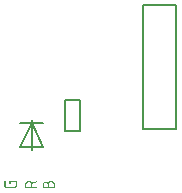
<source format=gto>
G04 Layer_Color=65535*
%FSLAX44Y44*%
%MOMM*%
G71*
G01*
G75*
%ADD15C,0.2000*%
G36*
X136110Y106031D02*
X136227Y105973D01*
X136344Y105875D01*
X136363Y105856D01*
X136422Y105778D01*
X136481Y105661D01*
X136500Y105524D01*
Y105505D01*
Y105466D01*
X136461Y105349D01*
X136422Y105251D01*
X136383Y105173D01*
X136305Y105095D01*
X136207Y105036D01*
X132306Y103086D01*
Y103066D01*
X132286Y103027D01*
Y102969D01*
Y102891D01*
Y100803D01*
X136051D01*
X136149Y100784D01*
X136227Y100745D01*
X136324Y100667D01*
X136422Y100589D01*
X136481Y100452D01*
X136500Y100277D01*
Y100257D01*
Y100199D01*
X136481Y100101D01*
X136441Y100023D01*
X136383Y99926D01*
X136285Y99828D01*
X136168Y99769D01*
X135993Y99750D01*
X126434D01*
X126337Y99769D01*
X126239Y99809D01*
X126161Y99867D01*
X126064Y99965D01*
X126005Y100082D01*
X125986Y100257D01*
Y102891D01*
Y102910D01*
Y102949D01*
Y103027D01*
X126005Y103105D01*
Y103222D01*
X126025Y103359D01*
X126103Y103651D01*
X126220Y104003D01*
X126376Y104373D01*
X126610Y104763D01*
X126766Y104939D01*
X126922Y105114D01*
X126941Y105134D01*
X126961Y105154D01*
X127020Y105192D01*
X127078Y105271D01*
X127273Y105407D01*
X127546Y105583D01*
X127858Y105758D01*
X128248Y105914D01*
X128678Y106012D01*
X128912Y106031D01*
X129146Y106051D01*
X129243D01*
X129360Y106031D01*
X129497D01*
X129672Y105992D01*
X129867Y105953D01*
X130102Y105895D01*
X130336Y105817D01*
X130570Y105719D01*
X130823Y105583D01*
X131058Y105446D01*
X131292Y105251D01*
X131526Y105036D01*
X131740Y104783D01*
X131916Y104490D01*
X132072Y104159D01*
X135739Y105992D01*
X135759Y106012D01*
X135817Y106031D01*
X135895Y106051D01*
X136032D01*
X136110Y106031D01*
D02*
G37*
G36*
X118649D02*
X118746Y105992D01*
X118844Y105914D01*
X118922Y105836D01*
X118981Y105700D01*
X119000Y105524D01*
Y102364D01*
Y102344D01*
Y102325D01*
Y102266D01*
X118981Y102188D01*
X118961Y101974D01*
X118903Y101720D01*
X118805Y101428D01*
X118688Y101116D01*
X118493Y100803D01*
X118239Y100511D01*
X118200Y100472D01*
X118103Y100394D01*
X117947Y100277D01*
X117712Y100140D01*
X117459Y99984D01*
X117127Y99867D01*
X116776Y99789D01*
X116386Y99750D01*
X111021D01*
X110943Y99769D01*
X110729Y99789D01*
X110475Y99847D01*
X110183Y99945D01*
X109871Y100062D01*
X109558Y100257D01*
X109266Y100511D01*
X109227Y100550D01*
X109149Y100647D01*
X109012Y100803D01*
X108876Y101038D01*
X108739Y101291D01*
X108603Y101623D01*
X108525Y101974D01*
X108486Y102364D01*
Y105524D01*
Y105544D01*
Y105602D01*
X108505Y105700D01*
X108544Y105797D01*
X108622Y105875D01*
X108700Y105973D01*
X108837Y106031D01*
X109012Y106051D01*
X109090D01*
X109188Y106031D01*
X109266Y105992D01*
X109363Y105914D01*
X109461Y105836D01*
X109520Y105700D01*
X109539Y105524D01*
Y102364D01*
Y102344D01*
Y102247D01*
X109558Y102130D01*
X109598Y101974D01*
X109656Y101798D01*
X109734Y101623D01*
X109851Y101428D01*
X110007Y101252D01*
X110027Y101233D01*
X110085Y101174D01*
X110183Y101116D01*
X110319Y101038D01*
X110475Y100940D01*
X110670Y100881D01*
X110885Y100823D01*
X111119Y100803D01*
X116503D01*
X116620Y100823D01*
X116776Y100862D01*
X116952Y100920D01*
X117127Y100998D01*
X117322Y101096D01*
X117498Y101252D01*
X117517Y101272D01*
X117576Y101330D01*
X117634Y101428D01*
X117712Y101564D01*
X117810Y101720D01*
X117869Y101915D01*
X117927Y102130D01*
X117947Y102364D01*
Y104997D01*
X113753D01*
Y103944D01*
Y103925D01*
Y103866D01*
X113733Y103769D01*
X113694Y103690D01*
X113616Y103593D01*
X113538Y103495D01*
X113401Y103437D01*
X113226Y103417D01*
X113148D01*
X113050Y103437D01*
X112953Y103476D01*
X112875Y103554D01*
X112777Y103632D01*
X112719Y103769D01*
X112699Y103944D01*
Y105524D01*
Y105544D01*
Y105602D01*
X112719Y105700D01*
X112758Y105797D01*
X112836Y105875D01*
X112914Y105973D01*
X113050Y106031D01*
X113226Y106051D01*
X118571D01*
X118649Y106031D01*
D02*
G37*
G36*
X148574D02*
X148691D01*
X148827Y106012D01*
X149120Y105934D01*
X149471Y105817D01*
X149842Y105661D01*
X150232Y105427D01*
X150408Y105271D01*
X150583Y105114D01*
Y105095D01*
X150622Y105076D01*
X150661Y105017D01*
X150720Y104958D01*
X150876Y104763D01*
X151032Y104490D01*
X151207Y104178D01*
X151363Y103788D01*
X151461Y103359D01*
X151481Y103125D01*
X151500Y102891D01*
Y100257D01*
Y100238D01*
Y100179D01*
X151481Y100101D01*
X151441Y100004D01*
X151383Y99906D01*
X151285Y99828D01*
X151168Y99769D01*
X150993Y99750D01*
X141434D01*
X141337Y99769D01*
X141239Y99809D01*
X141161Y99867D01*
X141064Y99965D01*
X141005Y100082D01*
X140986Y100257D01*
Y102891D01*
Y102910D01*
Y102949D01*
Y103008D01*
X141005Y103086D01*
X141025Y103281D01*
X141083Y103534D01*
X141161Y103847D01*
X141298Y104159D01*
X141493Y104471D01*
X141746Y104763D01*
X141785Y104802D01*
X141883Y104880D01*
X142039Y104997D01*
X142273Y105154D01*
X142546Y105290D01*
X142858Y105407D01*
X143209Y105485D01*
X143619Y105524D01*
X143736D01*
X143834Y105505D01*
X144068Y105466D01*
X144341Y105407D01*
X144672Y105290D01*
X145024Y105114D01*
X145180Y104997D01*
X145355Y104880D01*
X145511Y104724D01*
X145667Y104549D01*
X145687Y104568D01*
X145706Y104607D01*
X145765Y104685D01*
X145843Y104783D01*
X145921Y104900D01*
X146038Y105017D01*
X146174Y105154D01*
X146331Y105309D01*
X146526Y105446D01*
X146721Y105583D01*
X146935Y105700D01*
X147189Y105817D01*
X147443Y105914D01*
X147735Y105992D01*
X148028Y106031D01*
X148359Y106051D01*
X148476D01*
X148574Y106031D01*
D02*
G37*
%LPC*%
G36*
X129146Y104997D02*
X128990D01*
X128834Y104958D01*
X128639Y104919D01*
X128405Y104841D01*
X128151Y104744D01*
X127897Y104588D01*
X127663Y104373D01*
X127644Y104354D01*
X127566Y104256D01*
X127468Y104139D01*
X127351Y103963D01*
X127234Y103749D01*
X127136Y103495D01*
X127058Y103203D01*
X127039Y102891D01*
Y100803D01*
X131233D01*
Y102891D01*
Y102910D01*
Y102930D01*
X131214Y103047D01*
X131194Y103203D01*
X131155Y103398D01*
X131077Y103632D01*
X130979Y103885D01*
X130823Y104139D01*
X130628Y104373D01*
X130609Y104393D01*
X130511Y104471D01*
X130394Y104568D01*
X130219Y104685D01*
X130004Y104802D01*
X129750Y104900D01*
X129458Y104978D01*
X129146Y104997D01*
D02*
G37*
G36*
X148359D02*
X148203D01*
X148047Y104958D01*
X147852Y104919D01*
X147618Y104841D01*
X147364Y104744D01*
X147111Y104588D01*
X146877Y104373D01*
X146857Y104354D01*
X146779Y104256D01*
X146682Y104139D01*
X146565Y103963D01*
X146448Y103749D01*
X146350Y103495D01*
X146272Y103203D01*
X146252Y102891D01*
Y100803D01*
X150447D01*
Y102891D01*
Y102910D01*
Y102930D01*
X150427Y103047D01*
X150408Y103203D01*
X150369Y103398D01*
X150290Y103632D01*
X150193Y103885D01*
X150037Y104139D01*
X149842Y104373D01*
X149822Y104393D01*
X149725Y104471D01*
X149608Y104568D01*
X149432Y104685D01*
X149218Y104802D01*
X148964Y104900D01*
X148671Y104978D01*
X148359Y104997D01*
D02*
G37*
G36*
X143619Y104471D02*
X143502D01*
X143385Y104451D01*
X143229Y104412D01*
X143073Y104354D01*
X142878Y104276D01*
X142683Y104159D01*
X142507Y104003D01*
X142488Y103983D01*
X142429Y103925D01*
X142351Y103827D01*
X142273Y103690D01*
X142195Y103534D01*
X142117Y103339D01*
X142058Y103125D01*
X142039Y102891D01*
Y100803D01*
X145199D01*
Y102891D01*
Y102910D01*
Y103008D01*
X145180Y103125D01*
X145141Y103281D01*
X145082Y103437D01*
X145004Y103632D01*
X144907Y103827D01*
X144750Y104003D01*
X144731Y104022D01*
X144672Y104081D01*
X144575Y104159D01*
X144438Y104237D01*
X144263Y104315D01*
X144068Y104393D01*
X143853Y104451D01*
X143619Y104471D01*
D02*
G37*
%LPD*%
D15*
X226000Y254700D02*
X254000D01*
X226000Y150400D02*
X254000D01*
Y254700D01*
X226000Y150400D02*
Y254700D01*
X159750Y148000D02*
Y174500D01*
X172250Y148000D02*
Y174500D01*
X159750Y148000D02*
X172250D01*
X159750Y174500D02*
X172250D01*
X121500Y154750D02*
X141500D01*
X121500Y134750D02*
X141500D01*
X131500Y132250D02*
Y157250D01*
X121500Y134750D02*
X131500Y154750D01*
X141500Y134750D01*
M02*

</source>
